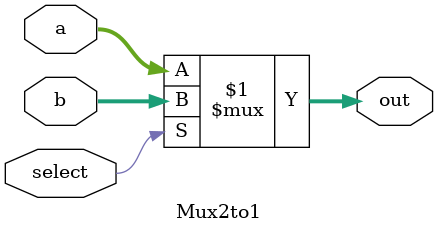
<source format=v>
`timescale 1ns / 1ps


module Mux2to1(
    input wire [31:0] a, b,
    input wire select,
    output wire [31:0] out
    );
    
    assign out = (select) ? b : a;
    
endmodule

</source>
